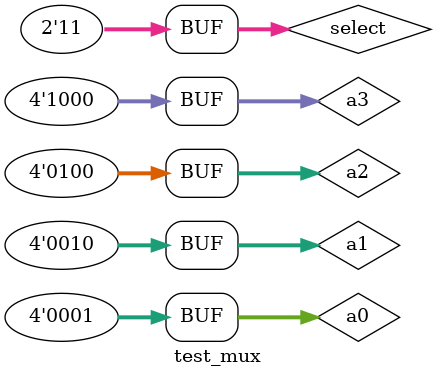
<source format=v>
`timescale 1ns / 1ps


module test_mux;

	// Inputs
	reg [3:0] a0;
	reg [3:0] a1;
	reg [3:0] a2;
	reg [3:0] a3;
	reg [1:0] select;

	// Outputs
	wire [3:0] q;

	// Instantiate the Unit Under Test (UUT)
	mux4 uut (
		.a0(a0), 
		.a1(a1), 
		.a2(a2), 
		.a3(a3), 
		.q(q), 
		.select(select)
	);

	initial begin
		// Initialize Inputs
		a0 = 0;
		a1 = 0;
		a2 = 0;
		a3 = 0;
		select = 0;

		// Wait 100 ns for global reset to finish
		#100;
        a0 = 4'b0001;
		  select = 0;
		  a1 = 4'b0010;
		  a2 = 4'b0100;
		  a3 = 4'b1000;
		// Add stimulus here
		#200;
        a0 = 4'b0001;
		  select = 1;
		  a1 = 4'b0010;
		  a2 = 4'b0100;
		  a3 = 4'b1000;
		#400;
        a0 = 4'b0001;
		  select = 2;
		  a1 = 4'b0010;
		  a2 = 4'b0100;
		  a3 = 4'b1000;
		#800;
        a0 = 4'b0001;
		  select = 3;
		  a1 = 4'b0010;
		  a2 = 4'b0100;
		  a3 = 4'b1000;
	end
      
endmodule


</source>
